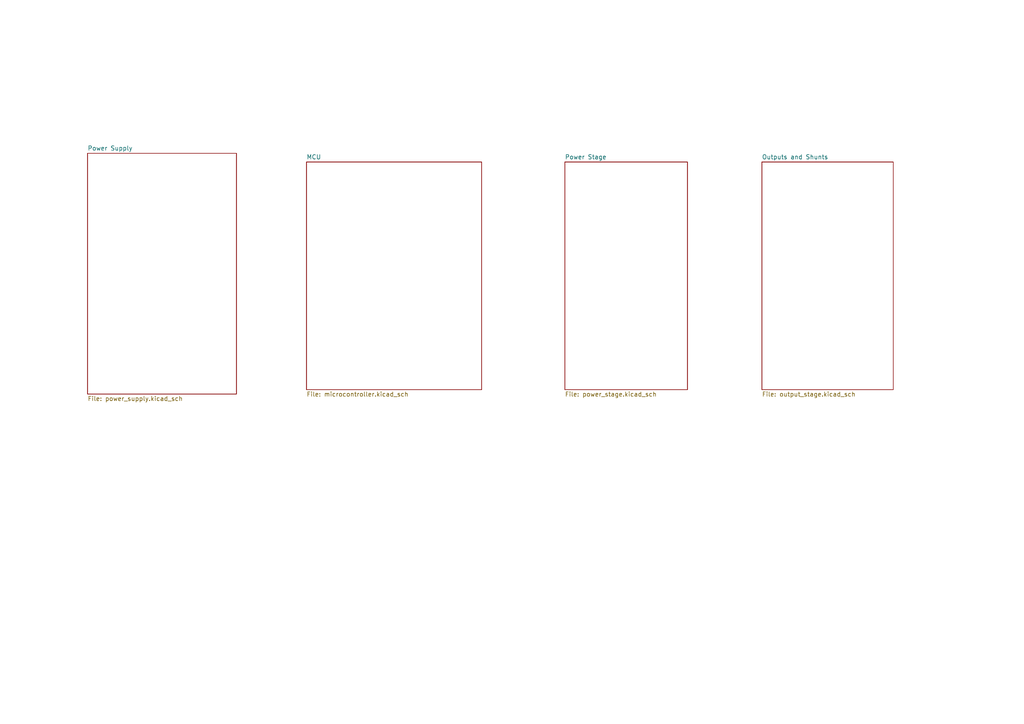
<source format=kicad_sch>
(kicad_sch (version 20211123) (generator eeschema)
  (paper "A4")
  (lib_symbols)
  (sheet (at 220.98 46.99) (size 38.1 66.04) (stroke (width 0.1524))
    (property "Sheet name" "Outputs and Shunts" (at 220.98 46.2784 0) (effects (justify left bottom)))
    (property "Sheet file" "output_stage.kicad_sch" (at 220.98 113.6146 0) (effects (justify left top)))
  )
  (sheet (at 163.83 46.99) (size 35.56 66.04) (stroke (width 0.1524))
    (property "Sheet name" "Power Stage" (at 163.83 46.2784 0) (effects (justify left bottom)))
    (property "Sheet file" "power_stage.kicad_sch" (at 163.83 113.6146 0) (effects (justify left top)))
  )
  (sheet (at 25.4 44.45) (size 43.18 69.85) (stroke (width 0.1524))
    (property "Sheet name" "Power Supply" (at 25.4 43.7384 0) (effects (justify left bottom)))
    (property "Sheet file" "power_supply.kicad_sch" (at 25.4 114.8846 0) (effects (justify left top)))
  )
  (sheet (at 88.9 46.99) (size 50.8 66.04) (stroke (width 0.1524))
    (property "Sheet name" "MCU" (at 88.9 46.2784 0) (effects (justify left bottom)))
    (property "Sheet file" "microcontroller.kicad_sch" (at 88.9 113.6146 0) (effects (justify left top)))
  )
)
</source>
